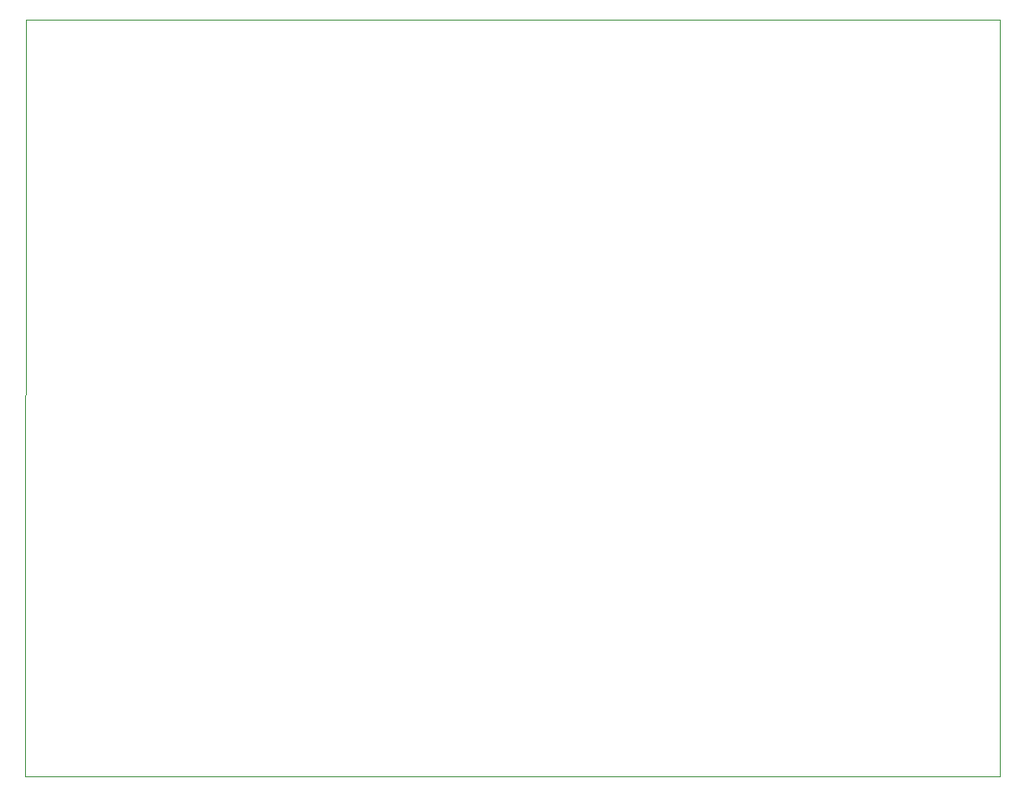
<source format=gbr>
%TF.GenerationSoftware,KiCad,Pcbnew,(6.0.11)*%
%TF.CreationDate,2023-09-13T18:41:32-04:00*%
%TF.ProjectId,USB-C-Hub,5553422d-432d-4487-9562-2e6b69636164,1.0*%
%TF.SameCoordinates,Original*%
%TF.FileFunction,Profile,NP*%
%FSLAX46Y46*%
G04 Gerber Fmt 4.6, Leading zero omitted, Abs format (unit mm)*
G04 Created by KiCad (PCBNEW (6.0.11)) date 2023-09-13 18:41:32*
%MOMM*%
%LPD*%
G01*
G04 APERTURE LIST*
%TA.AperFunction,Profile*%
%ADD10C,0.100000*%
%TD*%
G04 APERTURE END LIST*
D10*
X50520000Y-97650000D02*
X142720000Y-97650000D01*
X142720000Y-26000000D02*
X50620000Y-26000000D01*
X50620000Y-26000000D02*
X50520000Y-97650000D01*
X142720000Y-26000000D02*
X142720000Y-97650000D01*
M02*

</source>
